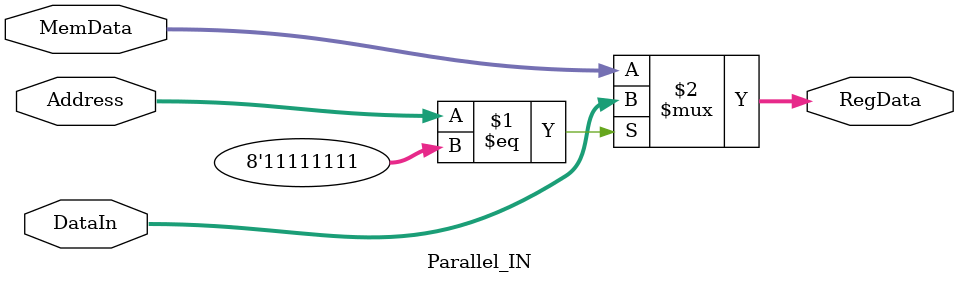
<source format=v>
module Parallel_IN (input[7:0] MemData, Address, DataIn, output[7:0] RegData);

	assign RegData = (Address == 8'hff) ? DataIn : MemData;

endmodule

</source>
